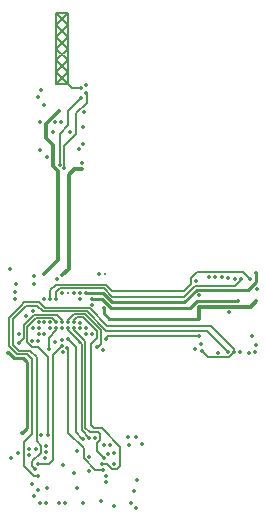
<source format=gbr>
G04 #@! TF.GenerationSoftware,KiCad,Pcbnew,(5.1.6)-1*
G04 #@! TF.CreationDate,2021-01-05T14:36:29-08:00*
G04 #@! TF.ProjectId,Miniscope-v4-Rigid-Flex,4d696e69-7363-46f7-9065-2d76342d5269,rev?*
G04 #@! TF.SameCoordinates,Original*
G04 #@! TF.FileFunction,Copper,L3,Inr*
G04 #@! TF.FilePolarity,Positive*
%FSLAX46Y46*%
G04 Gerber Fmt 4.6, Leading zero omitted, Abs format (unit mm)*
G04 Created by KiCad (PCBNEW (5.1.6)-1) date 2021-01-05 14:36:29*
%MOMM*%
%LPD*%
G01*
G04 APERTURE LIST*
G04 #@! TA.AperFunction,ViaPad*
%ADD10C,0.350000*%
G04 #@! TD*
G04 #@! TA.AperFunction,ViaPad*
%ADD11C,0.300000*%
G04 #@! TD*
G04 #@! TA.AperFunction,Conductor*
%ADD12C,0.203200*%
G04 #@! TD*
G04 #@! TA.AperFunction,Conductor*
%ADD13C,0.304800*%
G04 #@! TD*
G04 #@! TA.AperFunction,Conductor*
%ADD14C,0.254000*%
G04 #@! TD*
G04 #@! TA.AperFunction,Conductor*
%ADD15C,0.152400*%
G04 #@! TD*
G04 APERTURE END LIST*
D10*
X102967800Y-98080200D03*
X102459800Y-100213800D03*
X101824800Y-97191200D03*
X101901000Y-99588200D03*
X104441000Y-98072204D03*
X105380800Y-101225400D03*
X108153200Y-125282200D03*
X109423200Y-124571000D03*
X110042800Y-127500000D03*
X109792800Y-128500000D03*
X101833200Y-129476000D03*
X103805272Y-126232072D03*
X104991600Y-128180600D03*
X115450200Y-115976100D03*
X106854008Y-110111800D03*
X110515400Y-124494800D03*
X117238200Y-110373800D03*
X107268800Y-124573800D03*
X107010200Y-129295400D03*
X101734400Y-114680800D03*
X102234400Y-115180800D03*
X103727105Y-115714263D03*
X101172800Y-127850400D03*
X108153200Y-126171200D03*
X102425200Y-128206000D03*
X106234400Y-115180800D03*
X103729800Y-110162600D03*
X105990400Y-126740800D03*
X103803210Y-116715800D03*
X106041200Y-125597800D03*
X117862700Y-113338600D03*
X116963200Y-116749200D03*
X104736800Y-126948400D03*
X102409000Y-124691400D03*
X99774000Y-111621200D03*
X101729600Y-115758600D03*
X104734400Y-111680800D03*
X101734400Y-114180800D03*
X106234400Y-112180800D03*
X100000000Y-125215199D03*
X118588800Y-112378800D03*
D11*
X104234400Y-111680800D03*
D10*
X115109000Y-110653200D03*
X101323400Y-110300400D03*
X105584175Y-96353175D03*
X105330000Y-94355802D03*
X116154800Y-110378800D03*
X110000000Y-123859988D03*
X115349800Y-112877800D03*
X115349800Y-113877800D03*
X101346000Y-128914400D03*
X100123002Y-115199800D03*
X104017600Y-129450600D03*
X104978200Y-125064400D03*
X107253800Y-112992800D03*
X106512389Y-123949248D03*
X108149400Y-129707400D03*
X120188996Y-112380400D03*
X105734400Y-115180800D03*
X101734400Y-115180800D03*
X101323400Y-110960800D03*
X105234400Y-111680800D03*
X114956600Y-116469800D03*
X103234400Y-112180800D03*
X118919000Y-110551600D03*
X120189000Y-116106199D03*
X119604804Y-110492800D03*
X102734400Y-112180800D03*
X115349800Y-115361998D03*
X107412800Y-115572800D03*
X102734400Y-114180800D03*
X118769390Y-116698400D03*
X120039390Y-116673000D03*
X102234400Y-114180800D03*
X119833400Y-115377600D03*
X100656400Y-113642400D03*
X105380800Y-100675400D03*
X105533200Y-99091800D03*
X103454800Y-96327600D03*
X107818800Y-124573800D03*
X106234400Y-112680800D03*
X100910400Y-125441000D03*
X102237800Y-110066210D03*
X102234400Y-112180800D03*
X116688200Y-110378800D03*
X101234400Y-114680800D03*
X105734400Y-111680800D03*
X120112800Y-110035600D03*
X99716600Y-112245400D03*
X107235000Y-116487200D03*
D11*
X107387400Y-110111800D03*
D10*
X115349800Y-111867190D03*
X100377000Y-123548400D03*
X99799400Y-110960800D03*
X99183200Y-116741200D03*
X109343200Y-123853200D03*
X99386400Y-125699400D03*
X118360200Y-110475400D03*
X105533200Y-97644000D03*
X105126810Y-99545400D03*
X101977200Y-94533606D03*
X103653600Y-97240200D03*
X102180400Y-95752780D03*
X101723200Y-95092398D03*
X105787200Y-94101800D03*
X101175400Y-115736000D03*
X103734400Y-114680800D03*
X105734400Y-114680800D03*
X103734400Y-111680800D03*
X102358198Y-125199400D03*
X102586800Y-116444400D03*
X103234400Y-114680800D03*
X103145598Y-115826800D03*
X102307400Y-125707400D03*
X103272600Y-110518200D03*
X99310200Y-109654600D03*
X101234400Y-113180800D03*
X105234400Y-112180800D03*
X109542800Y-129500000D03*
X110029000Y-129941200D03*
X103475400Y-129450600D03*
X102383200Y-129476000D03*
X105516200Y-129450600D03*
X101722800Y-128409200D03*
X119533132Y-116770068D03*
X120239800Y-111339000D03*
X102734400Y-114680800D03*
X103153600Y-97240200D03*
X117801400Y-110399200D03*
X102536000Y-123726200D03*
X103234400Y-114180800D03*
X101977200Y-123728999D03*
X103734400Y-114180800D03*
X100046800Y-115953800D03*
X106015800Y-123972200D03*
X104234400Y-114680800D03*
X105507800Y-124023000D03*
X104263192Y-115631600D03*
X107598768Y-125301168D03*
X104234400Y-114180800D03*
X106727000Y-116309400D03*
X107285800Y-125699400D03*
X104734400Y-114680800D03*
X103704402Y-116190400D03*
X101678614Y-126152184D03*
X104734400Y-114180800D03*
X107071800Y-126198400D03*
X105234400Y-114198410D03*
X107412800Y-127198000D03*
X104127250Y-116365400D03*
X107184200Y-126698000D03*
X107477028Y-127667172D03*
X105234400Y-114680800D03*
X101671800Y-127212600D03*
X118284000Y-116698400D03*
X115566200Y-116631600D03*
X117776000Y-116673004D03*
X101469198Y-126639200D03*
X103526600Y-100899600D03*
X100910400Y-124891000D03*
X105350967Y-95176325D03*
X103933000Y-101153600D03*
X101494600Y-124891000D03*
X105750000Y-94750000D03*
D12*
X103250000Y-88000000D02*
X104250000Y-89000000D01*
D13*
X104742200Y-101225400D02*
X104288600Y-101679000D01*
X105380800Y-101225400D02*
X104742200Y-101225400D01*
X104288600Y-101679000D02*
X104288600Y-109629200D01*
X104288600Y-109629200D02*
X103729800Y-110188000D01*
D14*
X107119600Y-112180800D02*
X107895400Y-112956600D01*
X106234400Y-112180800D02*
X107119600Y-112180800D01*
X107895400Y-112956600D02*
X114575600Y-112956600D01*
X118341313Y-112378800D02*
X118588800Y-112378800D01*
X114575600Y-112956600D02*
X115153400Y-112378800D01*
X115153400Y-112378800D02*
X118341313Y-112378800D01*
D12*
X104250000Y-89000000D02*
X103250000Y-90000000D01*
X103250000Y-90000000D02*
X104250000Y-91000000D01*
X104250000Y-91000000D02*
X103250000Y-92000000D01*
X103250000Y-92000000D02*
X104250000Y-93000000D01*
X103250000Y-88000000D02*
X104250000Y-88000000D01*
X104250000Y-88000000D02*
X103250000Y-89000000D01*
X103250000Y-89000000D02*
X104250000Y-90000000D01*
X104250000Y-90000000D02*
X103250000Y-91000000D01*
X103250000Y-91000000D02*
X104250000Y-92000000D01*
X104250000Y-92000000D02*
X103250000Y-93000000D01*
X104250000Y-93000000D02*
X104250000Y-88000000D01*
X103250000Y-88000000D02*
X103250000Y-93000000D01*
X104250000Y-93000000D02*
X103250000Y-94000000D01*
X103250000Y-94000000D02*
X103250000Y-93000000D01*
X103250000Y-93000000D02*
X104250000Y-94000000D01*
X104250000Y-94000000D02*
X103250000Y-94000000D01*
X104250000Y-93000000D02*
X104250000Y-94000000D01*
X105329998Y-94355800D02*
X105330000Y-94355802D01*
X104593400Y-94355800D02*
X105329998Y-94355800D01*
X104250000Y-93000000D02*
X104250000Y-94012400D01*
X104250000Y-94012400D02*
X104593400Y-94355800D01*
D13*
X115364600Y-112863000D02*
X115349800Y-112877800D01*
D14*
X114755800Y-113877800D02*
X115349800Y-113877800D01*
D13*
X120188996Y-112380400D02*
X119706396Y-112863000D01*
X119706396Y-112863000D02*
X115364600Y-112863000D01*
X115349800Y-113877800D02*
X115349800Y-112877800D01*
D14*
X107723800Y-113877800D02*
X114755800Y-113877800D01*
X107253800Y-112992800D02*
X107253800Y-113407800D01*
X107253800Y-113407800D02*
X107723800Y-113877800D01*
D12*
X114956600Y-111077000D02*
X118393600Y-111077000D01*
X118393600Y-111077000D02*
X118744001Y-110726599D01*
X114016800Y-112016800D02*
X114956600Y-111077000D01*
X107997000Y-112016800D02*
X114016800Y-112016800D01*
X103529600Y-111302600D02*
X107282800Y-111302600D01*
X118744001Y-110726599D02*
X118919000Y-110551600D01*
X107282800Y-111302600D02*
X107997000Y-112016800D01*
X103234400Y-111597800D02*
X103529600Y-111302600D01*
X103234400Y-112180800D02*
X103234400Y-111597800D01*
X115134400Y-109934000D02*
X119046004Y-109934000D01*
X114016800Y-111559600D02*
X114651800Y-110924600D01*
X119429805Y-110317801D02*
X119604804Y-110492800D01*
X102734400Y-112180800D02*
X102734400Y-111462800D01*
X103199411Y-110997789D02*
X107409789Y-110997789D01*
X102734400Y-111462800D02*
X103199411Y-110997789D01*
X119046004Y-109934000D02*
X119429805Y-110317801D01*
X114651800Y-110416600D02*
X115134400Y-109934000D01*
X107409789Y-110997789D02*
X107971600Y-111559600D01*
X107971600Y-111559600D02*
X114016800Y-111559600D01*
X114651800Y-110924600D02*
X114651800Y-110416600D01*
X107412800Y-115572800D02*
X107623602Y-115361998D01*
X107623602Y-115361998D02*
X107963998Y-115361998D01*
X107963998Y-115361998D02*
X115349800Y-115361998D01*
D13*
X103244870Y-96537530D02*
X103454800Y-96327600D01*
X102967800Y-99139000D02*
X102409000Y-98580200D01*
X102409000Y-98580200D02*
X102409000Y-97373400D01*
X102967800Y-100952624D02*
X102967800Y-99139000D01*
X102409000Y-97373400D02*
X103244870Y-96537530D01*
X103399600Y-108904410D02*
X103399600Y-101384424D01*
X103399600Y-101384424D02*
X102967800Y-100952624D01*
D14*
X114067401Y-112474199D02*
X115134400Y-111407200D01*
X119477800Y-111407200D02*
X120112800Y-110772200D01*
X115134400Y-111407200D02*
X119477800Y-111407200D01*
X120112800Y-110772200D02*
X120112800Y-110035600D01*
X107158800Y-111686600D02*
X107946399Y-112474199D01*
D13*
X102237800Y-110066210D02*
X103399600Y-108904410D01*
D14*
X105734400Y-111680800D02*
X105911176Y-111680800D01*
X107946399Y-112474199D02*
X114067401Y-112474199D01*
X105916976Y-111686600D02*
X107158800Y-111686600D01*
X105911176Y-111680800D02*
X105916976Y-111686600D01*
X100783400Y-123142000D02*
X100783400Y-117554000D01*
X100453200Y-117223800D02*
X99640400Y-117223800D01*
X100377000Y-123548400D02*
X100783400Y-123142000D01*
X100783400Y-117554000D02*
X100453200Y-117223800D01*
X99640400Y-117223800D02*
X99220572Y-116803972D01*
X99220572Y-116803972D02*
X99220572Y-116703828D01*
D15*
X103234400Y-114680800D02*
X103234400Y-114857576D01*
X102586800Y-115505176D02*
X102586800Y-116444400D01*
X103234400Y-114857576D02*
X102586800Y-115505176D01*
X103234400Y-114680800D02*
X103234400Y-114688600D01*
X100783411Y-115828535D02*
X100764600Y-115847346D01*
D12*
X100764600Y-115884938D02*
X100764600Y-115847346D01*
X101163662Y-116284000D02*
X100764600Y-115884938D01*
D15*
X101537389Y-113794811D02*
X100783411Y-114548789D01*
X103234400Y-114180800D02*
X102848411Y-113794811D01*
D12*
X101723200Y-116284000D02*
X101163662Y-116284000D01*
D15*
X100783411Y-114548789D02*
X100783411Y-115828535D01*
D12*
X102536000Y-117096800D02*
X101723200Y-116284000D01*
X102536000Y-123726200D02*
X102536000Y-117096800D01*
D15*
X102848411Y-113794811D02*
X101537389Y-113794811D01*
X100529400Y-114379000D02*
X100529400Y-115471200D01*
X100221799Y-115778801D02*
X100046800Y-115953800D01*
X100529400Y-115471200D02*
X100221799Y-115778801D01*
X103734400Y-113977200D02*
X103298000Y-113540800D01*
X101367600Y-113540800D02*
X100529400Y-114379000D01*
X103734400Y-114180800D02*
X103734400Y-113977200D01*
X103298000Y-113540800D02*
X101367600Y-113540800D01*
D12*
X105380800Y-123319800D02*
X106015800Y-123954800D01*
D15*
X104234400Y-114866200D02*
X105228400Y-115860200D01*
D12*
X105380800Y-116012600D02*
X105380800Y-123319800D01*
X106015800Y-123954800D02*
X106015800Y-123972200D01*
D15*
X104234400Y-114680800D02*
X104234400Y-114866200D01*
D12*
X105203000Y-115834800D02*
X105380800Y-116012600D01*
X104923600Y-116292008D02*
X104923600Y-123497600D01*
X104263192Y-115631600D02*
X104923600Y-116292008D01*
X104923600Y-123497600D02*
X105449000Y-124023000D01*
X105449000Y-124023000D02*
X105507800Y-124023000D01*
D15*
X104234400Y-114180800D02*
X104234400Y-114001400D01*
X107016006Y-116020394D02*
X106901999Y-116134401D01*
X107016006Y-114845806D02*
X107016006Y-116020394D01*
X104234400Y-114001400D02*
X104720400Y-113515400D01*
X104949011Y-113515389D02*
X105685589Y-113515389D01*
X104720400Y-113515400D02*
X104949000Y-113515400D01*
X105685589Y-113515389D02*
X107016006Y-114845806D01*
X104949000Y-113515400D02*
X104949011Y-113515389D01*
X106901999Y-116134401D02*
X106727000Y-116309400D01*
D12*
X105711000Y-115809400D02*
X105584000Y-115682400D01*
D15*
X104734400Y-114680800D02*
X104734400Y-114832800D01*
D12*
X105711000Y-123116600D02*
X105711000Y-115809400D01*
D15*
X104734400Y-114832800D02*
X105584000Y-115682400D01*
D12*
X106676200Y-125089800D02*
X106676200Y-124437400D01*
X106066600Y-123472200D02*
X105711000Y-123116600D01*
X106676200Y-124437400D02*
X106955600Y-124158000D01*
X106955600Y-124158000D02*
X106955600Y-123675400D01*
X107285800Y-125699400D02*
X106676200Y-125089800D01*
X106955600Y-123675400D02*
X106752400Y-123472200D01*
X106752400Y-123472200D02*
X106066600Y-123472200D01*
X102616616Y-126152184D02*
X101926101Y-126152184D01*
X101926101Y-126152184D02*
X101678614Y-126152184D01*
X102967800Y-125801000D02*
X102616616Y-126152184D01*
X103729802Y-116165000D02*
X103704402Y-116190400D01*
X103704402Y-116190400D02*
X102967800Y-116927002D01*
X102967800Y-116927002D02*
X102967800Y-125801000D01*
X106447600Y-123167400D02*
X107090600Y-123167400D01*
D15*
X104974400Y-113769400D02*
X105507800Y-113769400D01*
X106676200Y-114937800D02*
X106676200Y-115547400D01*
D12*
X107912800Y-126613800D02*
X107497400Y-126198400D01*
X108657400Y-124734200D02*
X108657400Y-126317000D01*
D15*
X106168200Y-116055400D02*
X106168200Y-116292000D01*
D12*
X107090600Y-123167400D02*
X108657400Y-124734200D01*
D15*
X106168200Y-116292000D02*
X106168200Y-116495200D01*
X104734400Y-114180800D02*
X104734400Y-114009400D01*
D12*
X106168200Y-116495200D02*
X106168200Y-122888000D01*
X108657400Y-126317000D02*
X108360600Y-126613800D01*
D15*
X105507800Y-113769400D02*
X106676200Y-114937800D01*
D12*
X108360600Y-126613800D02*
X107912800Y-126613800D01*
D15*
X104734400Y-114009400D02*
X104974400Y-113769400D01*
D12*
X106168200Y-122888000D02*
X106447600Y-123167400D01*
D15*
X106676200Y-115547400D02*
X106168200Y-116055400D01*
D12*
X107497400Y-126198400D02*
X107071800Y-126198400D01*
X105558600Y-124843800D02*
X105558600Y-125707400D01*
X104237800Y-123523000D02*
X105558600Y-124843800D01*
X106936713Y-126698000D02*
X107184200Y-126698000D01*
X105558600Y-125707400D02*
X106549200Y-126698000D01*
X106549200Y-126698000D02*
X106936713Y-126698000D01*
X104237800Y-116475950D02*
X104237800Y-123523000D01*
X104127250Y-116365400D02*
X104237800Y-116475950D01*
X100264536Y-112764264D02*
X99234000Y-113794800D01*
X101348800Y-127212600D02*
X101671800Y-127212600D01*
X118284000Y-116698400D02*
X118284000Y-116450913D01*
X100765999Y-116876199D02*
X101164400Y-117274600D01*
X99953199Y-116876199D02*
X100765999Y-116876199D01*
X116313687Y-114480600D02*
X107597848Y-114480600D01*
X101164400Y-117274600D02*
X101164400Y-123624600D01*
X100478600Y-124310400D02*
X100478600Y-126342400D01*
X101164400Y-123624600D02*
X100478600Y-124310400D01*
X101665200Y-127206000D02*
X101671800Y-127212600D01*
X118284000Y-116450913D02*
X116313687Y-114480600D01*
D15*
X100541210Y-112487590D02*
X100264536Y-112764264D01*
D12*
X100478600Y-126342400D02*
X101348800Y-127212600D01*
D15*
X101762190Y-112487590D02*
X100541210Y-112487590D01*
D12*
X99234000Y-113794800D02*
X99234000Y-116157000D01*
D15*
X107572448Y-114506000D02*
X106073815Y-113007367D01*
X106073815Y-113007367D02*
X102281967Y-113007367D01*
D12*
X99234000Y-116157000D02*
X99953199Y-116876199D01*
D15*
X102281967Y-113007367D02*
X101762190Y-112487590D01*
X115566200Y-116631600D02*
X116074200Y-117139600D01*
X118109001Y-116873399D02*
X118284000Y-116698400D01*
X117842800Y-117139600D02*
X118109001Y-116873399D01*
X116074200Y-117139600D02*
X117842800Y-117139600D01*
X105837978Y-113261378D02*
X107463600Y-114887000D01*
D12*
X101926400Y-125224800D02*
X101926400Y-124615200D01*
X101215200Y-125936000D02*
X101926400Y-125224800D01*
X100693601Y-112766999D02*
X100972063Y-112766999D01*
D15*
X100972063Y-112766999D02*
X100983864Y-112778800D01*
D12*
X101215200Y-126385202D02*
X101215200Y-125936000D01*
X101570800Y-117122200D02*
X101019988Y-116571388D01*
X99598799Y-116064599D02*
X99598799Y-113861801D01*
X101469198Y-126639200D02*
X101215200Y-126385202D01*
X100105588Y-116571388D02*
X99598799Y-116064599D01*
X115989996Y-114887000D02*
X107899024Y-114887000D01*
X99598799Y-113861801D02*
X100693601Y-112766999D01*
X101926400Y-124615200D02*
X101570800Y-124259600D01*
X117776000Y-116673004D02*
X115989996Y-114887000D01*
X101019988Y-116571388D02*
X100105588Y-116571388D01*
D15*
X107848224Y-114887000D02*
X107873624Y-114861600D01*
X100983864Y-112778800D02*
X101647000Y-112778800D01*
X101647000Y-112778800D02*
X102129578Y-113261378D01*
D12*
X101570800Y-124259600D02*
X101570800Y-117122200D01*
D15*
X102129578Y-113261378D02*
X105837978Y-113261378D01*
X107463600Y-114887000D02*
X107848224Y-114887000D01*
X105175968Y-95351324D02*
X105350967Y-95176325D01*
X105172676Y-95351324D02*
X105175968Y-95351324D01*
X104250000Y-96274000D02*
X105172676Y-95351324D01*
X104250000Y-97500000D02*
X104250000Y-96274000D01*
X103526600Y-100899600D02*
X103526600Y-98223400D01*
X103526600Y-98223400D02*
X104250000Y-97500000D01*
X105812600Y-95625800D02*
X105812600Y-94812600D01*
X104949000Y-98207200D02*
X104949000Y-96489400D01*
X105812600Y-94812600D02*
X105750000Y-94750000D01*
X104949000Y-96489400D02*
X105812600Y-95625800D01*
X103933000Y-99223200D02*
X104949000Y-98207200D01*
X103933000Y-101153600D02*
X103933000Y-99223200D01*
M02*

</source>
